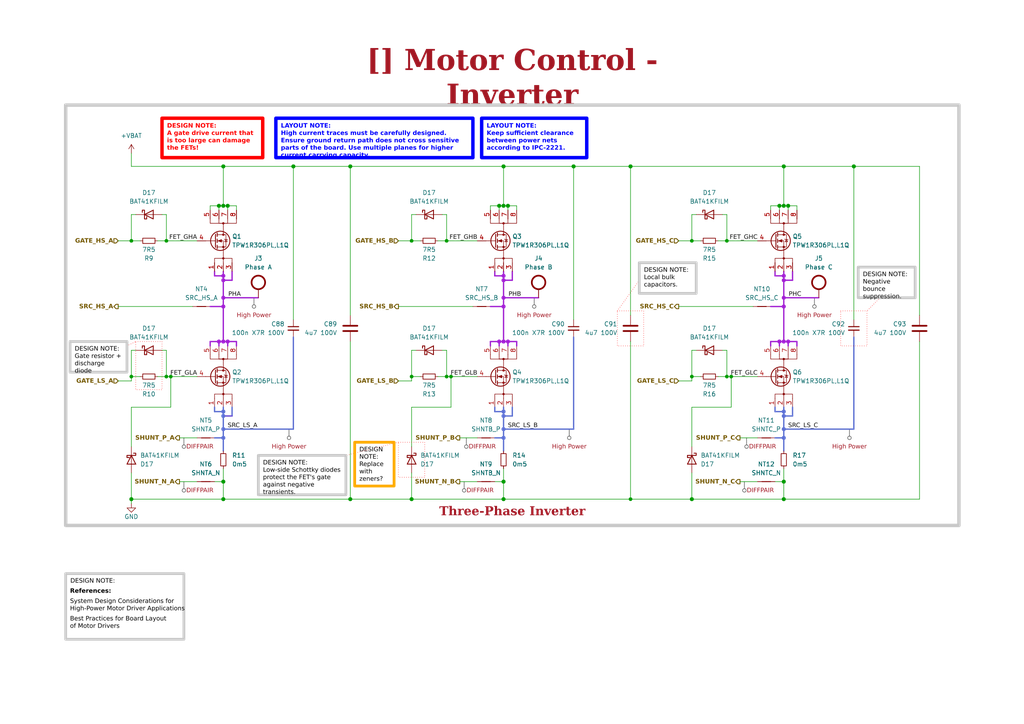
<source format=kicad_sch>
(kicad_sch (version 20230121) (generator eeschema)
  (paper "A4")
  (title_block (title "Motor Control - Inverter") (date "2023-10-18") (rev "${REVISION}") (company "${COMPANY}"))
  (lib_symbols
    (symbol "0_connectors:Solder Pad" (pin_numbers hide) (pin_names (offset 0.762) hide)
      (property "Reference" "J" (at 0 10.795 0))
      (property "Value" "Solder Pad" (at 0 8.255 0))
      (symbol "Solder Pad_1_1"
        (circle (center 0 4.445) (radius 1.9716) (stroke (width 0.5)))
        (pin passive line (at 0 0 90) (length 2.54) (name "1") (number "1"))
      )
    )
    (symbol "0_power_symbols:+VBAT" (power) (pin_names (offset 0))
      (property "Value" "+VBAT" (at 0 3.556 0))
      (symbol "+VBAT_0_1"
        (polyline (pts (xy -0.762 1.27) (xy 0 2.54)))
        (polyline (pts (xy 0 0) (xy 0 2.54)))
        (polyline (pts (xy 0 2.54) (xy 0.762 1.27)))
      )
      (symbol "+VBAT_1_1"
        (pin power_in line (at 0 0 90) (length 0) hide (name "+VBAT") (number "1"))
      )
    )
    (symbol "0_transistor_fet:TPW1R306PL,L1Q" (pin_names hide)
      (property "Reference" "Q" (at 5.08 1.905 0))
      (property "Value" "TPW1R306PL,L1Q" (at 5.08 0 0))
      (symbol "TPW1R306PL,L1Q_0_1"
        (polyline (pts (xy 0.254 0) (xy -2.54 0)))
        (polyline (pts (xy 0.254 1.905) (xy 0.254 -1.905)) (stroke (width 0.254)))
        (polyline (pts (xy 0.762 -1.27) (xy 0.762 -2.286)) (stroke (width 0.254)))
        (polyline (pts (xy 0.762 0.508) (xy 0.762 -0.508)) (stroke (width 0.254)))
        (polyline (pts (xy 0.762 2.286) (xy 0.762 1.27)) (stroke (width 0.254)))
        (polyline (pts (xy 2.54 -6.35) (xy 2.54 -2.54)))
        (polyline (pts (xy 2.54 2.54) (xy 2.54 1.778)))
        (polyline (pts (xy 2.54 2.54) (xy 2.54 5.08)))
        (polyline (pts (xy 2.54 -2.54) (xy 2.54 0) (xy 0.762 0)))
        (polyline (pts (xy -1.27 6.35) (xy -1.27 5.08) (xy 3.81 5.08) (xy 3.81 6.35)))
        (polyline (pts (xy 0.762 -1.778) (xy 3.302 -1.778) (xy 3.302 1.778) (xy 0.762 1.778)))
        (polyline (pts (xy 1.016 0) (xy 2.032 0.381) (xy 2.032 -0.381) (xy 1.016 0)) (fill (type outline)))
        (polyline (pts (xy 1.27 6.35) (xy 1.27 5.08) (xy 6.35 5.08) (xy 6.35 6.35)))
        (polyline (pts (xy 2.794 0.508) (xy 2.921 0.381) (xy 3.683 0.381) (xy 3.81 0.254)))
        (polyline (pts (xy 3.302 0.381) (xy 2.921 -0.254) (xy 3.683 -0.254) (xy 3.302 0.381)))
        (polyline (pts (xy 5.08 -6.35) (xy 5.08 -5.08) (xy 0 -5.08) (xy 0 -6.35)))
        (circle (center 1.651 0) (radius 2.794) (stroke (width 0.254)))
        (circle (center 2.54 -5.08) (radius 0.254) (fill (type outline)))
        (circle (center 2.54 -1.778) (radius 0.254) (fill (type outline)))
        (circle (center 2.54 1.778) (radius 0.254) (fill (type outline)))
        (circle (center 2.54 5.08) (radius 0.254) (fill (type outline)))
      )
      (symbol "TPW1R306PL,L1Q_1_1"
        (pin passive line (at 0 -8.89 90) (length 2.54) (name "S") (number "1"))
        (pin passive line (at 2.54 -8.89 90) (length 2.54) (name "S") (number "2"))
        (pin passive line (at 5.08 -8.89 90) (length 2.54) (name "S") (number "3"))
        (pin input line (at -5.08 0 0) (length 2.54) (name "G") (number "4"))
        (pin passive line (at -1.27 8.89 270) (length 2.54) (name "D") (number "5"))
        (pin passive line (at 1.27 8.89 270) (length 2.54) (name "D") (number "6"))
        (pin passive line (at 3.81 8.89 270) (length 2.54) (name "D") (number "7"))
        (pin passive line (at 6.35 8.89 270) (length 2.54) (name "D") (number "8"))
      )
    )
    (symbol "BAT41KFILM_1" (pin_numbers hide) (pin_names (offset 1.016) hide)
      (property "Reference" "D" (at 0 2.54 0))
      (property "Value" "BAT41KFILM" (at 0 -2.54 0))
      (symbol "BAT41KFILM_1_0_1"
        (polyline (pts (xy 1.27 0) (xy -1.27 0)))
        (polyline (pts (xy 1.27 1.27) (xy 1.27 -1.27) (xy -1.27 0) (xy 1.27 1.27)) (stroke (width 0.254)))
        (polyline (pts (xy -1.905 0.635) (xy -1.905 1.27) (xy -1.27 1.27) (xy -1.27 -1.27) (xy -0.635 -1.27) (xy -0.635 -0.635)) (stroke (width 0.254)))
      )
      (symbol "BAT41KFILM_1_1_1"
        (pin passive line (at -3.81 0 0) (length 2.54) (name "K") (number "1"))
        (pin passive line (at 3.81 0 180) (length 2.54) (name "A") (number "2"))
      )
    )
    (symbol "Device:C" (pin_numbers hide) (pin_names (offset 0.254))
      (property "Reference" "C" (at 0.635 2.54 0))
      (property "Value" "C" (at 0.635 -2.54 0))
      (symbol "C_0_1"
        (polyline (pts (xy -2.032 -0.762) (xy 2.032 -0.762)) (stroke (width 0.508)))
        (polyline (pts (xy -2.032 0.762) (xy 2.032 0.762)) (stroke (width 0.508)))
      )
      (symbol "C_1_1"
        (pin passive line (at 0 3.81 270) (length 2.794) (name "~") (number "1"))
        (pin passive line (at 0 -3.81 90) (length 2.794) (name "~") (number "2"))
      )
    )
    (symbol "Device:C_Small" (pin_numbers hide) (pin_names (offset 0.254) hide)
      (property "Reference" "C" (at 0.254 1.778 0))
      (property "Value" "C_Small" (at 0.254 -2.032 0))
      (symbol "C_Small_0_1"
        (polyline (pts (xy -1.524 -0.508) (xy 1.524 -0.508)) (stroke (width 0.3302)))
        (polyline (pts (xy -1.524 0.508) (xy 1.524 0.508)) (stroke (width 0.3048)))
      )
      (symbol "C_Small_1_1"
        (pin passive line (at 0 2.54 270) (length 2.032) (name "~") (number "1"))
        (pin passive line (at 0 -2.54 90) (length 2.032) (name "~") (number "2"))
      )
    )
    (symbol "Device:NetTie_2" (pin_numbers hide) (pin_names (offset 0) hide) (in_bom no)
      (property "Reference" "NT" (at 0 1.27 0))
      (property "Value" "NetTie_2" (at 0 -1.27 0))
      (symbol "NetTie_2_0_1"
        (polyline (pts (xy -1.27 0) (xy 1.27 0)) (stroke (width 0.254)))
      )
      (symbol "NetTie_2_1_1"
        (pin passive line (at -2.54 0 0) (length 2.54) (name "1") (number "1"))
        (pin passive line (at 2.54 0 180) (length 2.54) (name "2") (number "2"))
      )
    )
    (symbol "Device:R_Small" (pin_numbers hide) (pin_names (offset 0.254) hide)
      (property "Reference" "R" (at 0.762 0.508 0))
      (property "Value" "R_Small" (at 0.762 -1.016 0))
      (symbol "R_Small_0_1"
        (rectangle (start -0.762 1.778) (end 0.762 -1.778) (stroke (width 0.2032)))
      )
      (symbol "R_Small_1_1"
        (pin passive line (at 0 2.54 270) (length 0.762) (name "~") (number "1"))
        (pin passive line (at 0 -2.54 90) (length 0.762) (name "~") (number "2"))
      )
    )
    (symbol "power:GND" (power) (pin_names (offset 0))
      (property "Value" "GND" (at 0 -3.81 0))
      (symbol "GND_0_1"
        (polyline (pts (xy 0 0) (xy 0 -1.27) (xy 1.27 -1.27) (xy 0 -2.54) (xy -1.27 -1.27) (xy 0 -1.27)))
      )
      (symbol "GND_1_1"
        (pin power_in line (at 0 0 270) (length 0) hide (name "GND") (number "1"))
      )
    )
  )
  (junction (at 146.05 88.9) (diameter 1.016) (color 160 30 210 1))
  (junction (at 147.32 59.69) (diameter 1.016))
  (junction (at 129.54 109.22))
  (junction (at 227.33 124.46) (diameter 1.016) (color 90 110 210 1))
  (junction (at 119.38 109.22))
  (junction (at 182.88 144.78))
  (junction (at 227.33 127) (diameter 1.016) (color 90 110 210 1))
  (junction (at 119.38 144.78) (diameter 1.016))
  (junction (at 227.33 48.26) (diameter 1.016))
  (junction (at 228.6 99.06) (diameter 1.016) (color 160 30 210 1))
  (junction (at 182.88 48.26) (diameter 1.016))
  (junction (at 146.05 139.7) (diameter 1.016))
  (junction (at 146.05 86.36) (diameter 1.016) (color 160 30 210 1))
  (junction (at 146.05 59.69) (diameter 1.016))
  (junction (at 166.37 48.26) (diameter 1.016))
  (junction (at 146.05 119.38) (diameter 1.016) (color 90 110 210 1))
  (junction (at 212.09 109.22))
  (junction (at 66.04 59.69) (diameter 1.016))
  (junction (at 38.1 69.85))
  (junction (at 48.26 109.22))
  (junction (at 64.77 59.69) (diameter 1.016))
  (junction (at 48.26 69.85))
  (junction (at 247.65 48.26) (diameter 1.016))
  (junction (at 228.6 59.69) (diameter 1.016))
  (junction (at 227.33 139.7) (diameter 1.016))
  (junction (at 64.77 120.65) (diameter 1.016) (color 90 110 210 1))
  (junction (at 63.5 59.69) (diameter 1.016))
  (junction (at 85.09 48.26) (diameter 1.016))
  (junction (at 227.33 86.36) (diameter 1.016) (color 160 30 210 1))
  (junction (at 146.05 81.28) (diameter 1.016) (color 160 30 210 1))
  (junction (at 227.33 80.01) (diameter 1.016) (color 160 30 210 1))
  (junction (at 129.54 69.85))
  (junction (at 101.6 48.26) (diameter 1.016))
  (junction (at 210.82 69.85))
  (junction (at 210.82 109.22))
  (junction (at 63.5 99.06) (diameter 1.016) (color 160 30 210 1))
  (junction (at 200.66 144.78) (diameter 1.016))
  (junction (at 64.77 86.36) (diameter 1.016) (color 160 30 210 1))
  (junction (at 64.77 99.06) (diameter 1.016) (color 160 30 210 1))
  (junction (at 200.66 109.22))
  (junction (at 130.81 109.22))
  (junction (at 64.77 48.26) (diameter 1.016))
  (junction (at 38.1 109.22))
  (junction (at 227.33 99.06) (diameter 1.016) (color 160 30 210 1))
  (junction (at 64.77 88.9) (diameter 1.016) (color 160 30 210 1))
  (junction (at 64.77 139.7) (diameter 1.016))
  (junction (at 146.05 144.78) (diameter 1.016))
  (junction (at 146.05 120.65) (diameter 1.016) (color 90 110 210 1))
  (junction (at 64.77 124.46) (diameter 1.016) (color 90 110 210 1))
  (junction (at 64.77 144.78) (diameter 1.016))
  (junction (at 49.53 109.22))
  (junction (at 64.77 81.28) (diameter 1.016) (color 160 30 210 1))
  (junction (at 144.78 99.06) (diameter 1.016) (color 160 30 210 1))
  (junction (at 146.05 124.46) (diameter 1.016) (color 90 110 210 1))
  (junction (at 227.33 119.38) (diameter 1.016) (color 90 110 210 1))
  (junction (at 101.6 144.78) (diameter 1.016))
  (junction (at 146.05 48.26) (diameter 1.016))
  (junction (at 144.78 59.69) (diameter 1.016))
  (junction (at 119.38 69.85))
  (junction (at 64.77 127) (diameter 1.016) (color 90 110 210 1))
  (junction (at 227.33 120.65) (diameter 1.016) (color 90 110 210 1))
  (junction (at 227.33 81.28) (diameter 1.016) (color 160 30 210 1))
  (junction (at 146.05 80.01) (diameter 1.016) (color 160 30 210 1))
  (junction (at 64.77 80.01) (diameter 1.016) (color 160 30 210 1))
  (junction (at 227.33 144.78) (diameter 1.016))
  (junction (at 146.05 127) (diameter 1.016) (color 90 110 210 1))
  (junction (at 200.66 69.85))
  (junction (at 38.1 144.78) (diameter 1.016))
  (junction (at 227.33 88.9) (diameter 1.016) (color 160 30 210 1))
  (junction (at 226.06 99.06) (diameter 1.016) (color 160 30 210 1))
  (junction (at 64.77 119.38) (diameter 1.016) (color 90 110 210 1))
  (junction (at 147.32 99.06) (diameter 1.016) (color 160 30 210 1))
  (junction (at 146.05 99.06) (diameter 1.016) (color 160 30 210 1))
  (junction (at 66.04 99.06) (diameter 1.016) (color 160 30 210 1))
  (junction (at 227.33 59.69) (diameter 1.016))
  (junction (at 226.06 59.69) (diameter 1.016))
  (wire (pts (xy 67.31 120.65) (xy 64.77 120.65)) (stroke (width 0.381) (color 100 70 210 1)))
  (wire (pts (xy 68.58 99.06) (xy 66.04 99.06)) (stroke (width 0.381) (color 160 30 210 1)))
  (wire (pts (xy 144.78 59.69) (xy 146.05 59.69)))
  (wire (pts (xy 227.33 119.38) (xy 227.33 120.65)) (stroke (width 0.381) (color 90 110 210 1)))
  (wire (pts (xy 62.23 139.7) (xy 64.77 139.7)))
  (wire (pts (xy 66.04 59.69) (xy 68.58 59.69)))
  (wire (pts (xy 247.65 124.46) (xy 227.33 124.46)) (stroke (width 0.381) (color 90 110 210 1)))
  (wire (pts (xy 223.52 99.06) (xy 223.52 100.33)) (stroke (width 0.381) (color 160 30 210 1)))
  (wire (pts (xy 39.37 62.23) (xy 38.1 62.23)))
  (wire (pts (xy 146.05 144.78) (xy 182.88 144.78)))
  (wire (pts (xy 146.05 81.28) (xy 146.05 86.36)) (stroke (width 0.381) (color 160 30 210 1)))
  (wire (pts (xy 227.33 88.9) (xy 227.33 99.06)) (stroke (width 0.381) (color 160 30 210 1)))
  (wire (pts (xy 64.77 88.9) (xy 64.77 99.06)) (stroke (width 0.381) (color 160 30 210 1)))
  (wire (pts (xy 39.37 101.6) (xy 38.1 101.6)))
  (wire (pts (xy 182.88 48.26) (xy 227.33 48.26)))
  (wire (pts (xy 209.55 101.6) (xy 210.82 101.6)))
  (wire (pts (xy 129.54 109.22) (xy 130.81 109.22)))
  (wire (pts (xy 129.54 69.85) (xy 127 69.85)))
  (wire (pts (xy 85.09 48.26) (xy 101.6 48.26)))
  (wire (pts (xy 64.77 144.78) (xy 101.6 144.78)))
  (wire (pts (xy 226.06 59.69) (xy 226.06 60.96)))
  (wire (pts (xy 146.05 59.69) (xy 147.32 59.69)))
  (wire (pts (xy 200.66 144.78) (xy 227.33 144.78)))
  (wire (pts (xy 149.86 100.33) (xy 149.86 99.06)) (stroke (width 0.381) (color 160 30 210 1)))
  (wire (pts (xy 166.37 124.46) (xy 146.05 124.46)) (stroke (width 0.381) (color 90 110 210 1)))
  (wire (pts (xy 38.1 109.22) (xy 40.64 109.22)))
  (wire (pts (xy 182.88 99.06) (xy 182.88 144.78)))
  (wire (pts (xy 48.26 101.6) (xy 48.26 109.22)))
  (wire (pts (xy 120.65 101.6) (xy 119.38 101.6)))
  (wire (pts (xy 224.79 80.01) (xy 227.33 80.01)) (stroke (width 0.381) (color 160 30 210 1)))
  (wire (pts (xy 146.05 80.01) (xy 146.05 78.74)) (stroke (width 0.381) (color 160 30 210 1)))
  (wire (pts (xy 147.32 99.06) (xy 146.05 99.06)) (stroke (width 0.381) (color 160 30 210 1)))
  (wire (pts (xy 200.66 118.11) (xy 212.09 118.11)))
  (wire (pts (xy 128.27 62.23) (xy 129.54 62.23)))
  (wire (pts (xy 200.66 109.22) (xy 203.2 109.22)))
  (wire (pts (xy 119.38 118.11) (xy 130.81 118.11)))
  (wire (pts (xy 146.05 118.11) (xy 146.05 119.38)) (stroke (width 0.381) (color 90 110 210 1)))
  (wire (pts (xy 66.04 59.69) (xy 66.04 60.96)))
  (wire (pts (xy 228.6 59.69) (xy 231.14 59.69)))
  (wire (pts (xy 146.05 86.36) (xy 146.05 88.9)) (stroke (width 0.381) (color 160 30 210 1)))
  (wire (pts (xy 129.54 101.6) (xy 129.54 109.22)))
  (wire (pts (xy 226.06 99.06) (xy 226.06 100.33)) (stroke (width 0.381) (color 160 30 210 1)))
  (wire (pts (xy 52.07 127) (xy 57.15 127)))
  (polyline (pts (xy 255.27 86.36) (xy 251.46 90.17)) (stroke (width 0) (type dot) (color 255 0 0 1)))
  (wire (pts (xy 210.82 69.85) (xy 219.71 69.85)))
  (wire (pts (xy 201.93 101.6) (xy 200.66 101.6)))
  (wire (pts (xy 119.38 69.85) (xy 121.92 69.85)))
  (wire (pts (xy 38.1 69.85) (xy 40.64 69.85)))
  (wire (pts (xy 200.66 129.54) (xy 200.66 118.11)))
  (wire (pts (xy 147.32 99.06) (xy 147.32 100.33)) (stroke (width 0.381) (color 160 30 210 1)))
  (wire (pts (xy 144.78 59.69) (xy 144.78 60.96)))
  (polyline (pts (xy 115.57 128.27) (xy 100.33 132.08)) (stroke (width 0) (type dot) (color 255 0 0 1)))
  (wire (pts (xy 119.38 144.78) (xy 146.05 144.78)))
  (wire (pts (xy 228.6 99.06) (xy 228.6 100.33)) (stroke (width 0.381) (color 160 30 210 1)))
  (wire (pts (xy 196.85 88.9) (xy 218.44 88.9)))
  (wire (pts (xy 148.59 81.28) (xy 146.05 81.28)) (stroke (width 0.381) (color 160 30 210 1)))
  (wire (pts (xy 115.57 69.85) (xy 119.38 69.85)))
  (wire (pts (xy 120.65 62.23) (xy 119.38 62.23)))
  (wire (pts (xy 64.77 118.11) (xy 64.77 119.38)) (stroke (width 0.381) (color 90 110 210 1)))
  (wire (pts (xy 200.66 101.6) (xy 200.66 109.22)))
  (wire (pts (xy 63.5 99.06) (xy 60.96 99.06)) (stroke (width 0.381) (color 160 30 210 1)))
  (wire (pts (xy 148.59 78.74) (xy 148.59 81.28)) (stroke (width 0.381) (color 160 30 210 1)))
  (wire (pts (xy 130.81 109.22) (xy 138.43 109.22)))
  (wire (pts (xy 38.1 137.16) (xy 38.1 144.78)))
  (wire (pts (xy 115.57 110.49) (xy 119.38 110.49)))
  (wire (pts (xy 200.66 69.85) (xy 203.2 69.85)))
  (wire (pts (xy 64.77 86.36) (xy 74.93 86.36)) (stroke (width 0.381) (color 160 30 210 1)))
  (wire (pts (xy 146.05 139.7) (xy 146.05 135.89)))
  (wire (pts (xy 231.14 100.33) (xy 231.14 99.06)) (stroke (width 0.381) (color 160 30 210 1)))
  (wire (pts (xy 143.51 118.11) (xy 143.51 119.38)) (stroke (width 0.381) (color 90 110 210 1)))
  (wire (pts (xy 38.1 44.45) (xy 38.1 48.26)))
  (wire (pts (xy 227.33 127) (xy 227.33 130.81)) (stroke (width 0.381) (color 90 110 210 1)))
  (wire (pts (xy 64.77 120.65) (xy 64.77 124.46)) (stroke (width 0.381) (color 90 110 210 1)))
  (wire (pts (xy 64.77 139.7) (xy 64.77 135.89)))
  (wire (pts (xy 38.1 144.78) (xy 64.77 144.78)))
  (wire (pts (xy 224.79 127) (xy 227.33 127)) (stroke (width 0.381) (color 90 110 210 1)))
  (wire (pts (xy 101.6 144.78) (xy 119.38 144.78)))
  (wire (pts (xy 146.05 144.78) (xy 146.05 139.7)))
  (wire (pts (xy 62.23 118.11) (xy 62.23 119.38)) (stroke (width 0.381) (color 90 110 210 1)))
  (wire (pts (xy 146.05 86.36) (xy 156.21 86.36)) (stroke (width 0.381) (color 160 30 210 1)))
  (wire (pts (xy 166.37 48.26) (xy 182.88 48.26)))
  (wire (pts (xy 146.05 120.65) (xy 146.05 124.46)) (stroke (width 0.381) (color 90 110 210 1)))
  (wire (pts (xy 227.33 81.28) (xy 227.33 86.36)) (stroke (width 0.381) (color 160 30 210 1)))
  (wire (pts (xy 148.59 118.11) (xy 148.59 120.65)) (stroke (width 0.381) (color 90 110 210 1)))
  (wire (pts (xy 224.79 78.74) (xy 224.79 80.01)) (stroke (width 0.381) (color 160 30 210 1)))
  (wire (pts (xy 227.33 86.36) (xy 237.49 86.36)) (stroke (width 0.381) (color 160 30 210 1)))
  (wire (pts (xy 223.52 59.69) (xy 226.06 59.69)))
  (wire (pts (xy 200.66 62.23) (xy 200.66 69.85)))
  (wire (pts (xy 142.24 99.06) (xy 142.24 100.33)) (stroke (width 0.381) (color 160 30 210 1)))
  (wire (pts (xy 64.77 127) (xy 64.77 130.81)) (stroke (width 0.381) (color 90 110 210 1)))
  (wire (pts (xy 129.54 109.22) (xy 127 109.22)))
  (wire (pts (xy 182.88 48.26) (xy 182.88 91.44)))
  (wire (pts (xy 34.29 88.9) (xy 55.88 88.9)))
  (wire (pts (xy 210.82 101.6) (xy 210.82 109.22)))
  (wire (pts (xy 200.66 110.49) (xy 200.66 109.22)))
  (wire (pts (xy 101.6 99.06) (xy 101.6 144.78)))
  (polyline (pts (xy 36.83 100.33) (xy 39.37 99.06)) (stroke (width 0) (type dot) (color 255 0 0 1)))
  (wire (pts (xy 48.26 109.22) (xy 49.53 109.22)))
  (wire (pts (xy 227.33 139.7) (xy 227.33 135.89)))
  (wire (pts (xy 119.38 129.54) (xy 119.38 118.11)))
  (wire (pts (xy 144.78 99.06) (xy 144.78 100.33)) (stroke (width 0.381) (color 160 30 210 1)))
  (wire (pts (xy 67.31 118.11) (xy 67.31 120.65)) (stroke (width 0.381) (color 90 110 210 1)))
  (wire (pts (xy 62.23 80.01) (xy 64.77 80.01)) (stroke (width 0.381) (color 160 30 210 1)))
  (wire (pts (xy 133.35 127) (xy 138.43 127)))
  (wire (pts (xy 214.63 127) (xy 219.71 127)))
  (wire (pts (xy 38.1 144.78) (xy 38.1 146.05)))
  (wire (pts (xy 227.33 80.01) (xy 227.33 78.74)) (stroke (width 0.381) (color 160 30 210 1)))
  (wire (pts (xy 63.5 59.69) (xy 64.77 59.69)))
  (wire (pts (xy 64.77 99.06) (xy 63.5 99.06)) (stroke (width 0.381) (color 160 30 210 1)))
  (wire (pts (xy 48.26 69.85) (xy 45.72 69.85)))
  (wire (pts (xy 101.6 48.26) (xy 146.05 48.26)))
  (wire (pts (xy 227.33 99.06) (xy 226.06 99.06)) (stroke (width 0.381) (color 160 30 210 1)))
  (wire (pts (xy 166.37 97.79) (xy 166.37 124.46)) (stroke (width 0.381) (color 90 110 210 1)))
  (wire (pts (xy 119.38 137.16) (xy 119.38 144.78)))
  (wire (pts (xy 101.6 48.26) (xy 101.6 91.44)))
  (wire (pts (xy 119.38 110.49) (xy 119.38 109.22)))
  (wire (pts (xy 38.1 129.54) (xy 38.1 118.11)))
  (wire (pts (xy 60.96 60.96) (xy 60.96 59.69)))
  (wire (pts (xy 201.93 62.23) (xy 200.66 62.23)))
  (wire (pts (xy 48.26 109.22) (xy 45.72 109.22)))
  (wire (pts (xy 119.38 101.6) (xy 119.38 109.22)))
  (wire (pts (xy 227.33 144.78) (xy 227.33 139.7)))
  (wire (pts (xy 48.26 69.85) (xy 57.15 69.85)))
  (wire (pts (xy 60.96 59.69) (xy 63.5 59.69)))
  (wire (pts (xy 115.57 88.9) (xy 137.16 88.9)))
  (wire (pts (xy 146.05 48.26) (xy 166.37 48.26)))
  (wire (pts (xy 142.24 60.96) (xy 142.24 59.69)))
  (wire (pts (xy 227.33 59.69) (xy 228.6 59.69)))
  (wire (pts (xy 143.51 139.7) (xy 146.05 139.7)))
  (wire (pts (xy 247.65 48.26) (xy 247.65 92.71)))
  (wire (pts (xy 67.31 78.74) (xy 67.31 81.28)) (stroke (width 0.381) (color 160 30 210 1)))
  (wire (pts (xy 166.37 48.26) (xy 166.37 92.71)))
  (wire (pts (xy 210.82 62.23) (xy 210.82 69.85)))
  (wire (pts (xy 266.7 48.26) (xy 266.7 91.44)))
  (wire (pts (xy 129.54 62.23) (xy 129.54 69.85)))
  (wire (pts (xy 119.38 109.22) (xy 121.92 109.22)))
  (wire (pts (xy 128.27 101.6) (xy 129.54 101.6)))
  (wire (pts (xy 212.09 109.22) (xy 219.71 109.22)))
  (wire (pts (xy 85.09 48.26) (xy 85.09 92.71)))
  (wire (pts (xy 38.1 110.49) (xy 38.1 109.22)))
  (wire (pts (xy 142.24 88.9) (xy 146.05 88.9)) (stroke (width 0.381) (color 160 30 210 1)))
  (wire (pts (xy 52.07 139.7) (xy 57.15 139.7)))
  (wire (pts (xy 214.63 139.7) (xy 219.71 139.7)))
  (wire (pts (xy 64.77 124.46) (xy 64.77 127)) (stroke (width 0.381) (color 90 110 210 1)))
  (wire (pts (xy 66.04 99.06) (xy 66.04 100.33)) (stroke (width 0.381) (color 160 30 210 1)))
  (wire (pts (xy 143.51 78.74) (xy 143.51 80.01)) (stroke (width 0.381) (color 160 30 210 1)))
  (wire (pts (xy 224.79 118.11) (xy 224.79 119.38)) (stroke (width 0.381) (color 90 110 210 1)))
  (wire (pts (xy 85.09 97.79) (xy 85.09 124.46)) (stroke (width 0.381) (color 90 110 210 1)))
  (wire (pts (xy 227.33 48.26) (xy 227.33 59.69)))
  (wire (pts (xy 130.81 118.11) (xy 130.81 109.22)))
  (wire (pts (xy 223.52 60.96) (xy 223.52 59.69)))
  (wire (pts (xy 210.82 69.85) (xy 208.28 69.85)))
  (wire (pts (xy 68.58 59.69) (xy 68.58 60.96)))
  (wire (pts (xy 231.14 59.69) (xy 231.14 60.96)))
  (wire (pts (xy 38.1 62.23) (xy 38.1 69.85)))
  (wire (pts (xy 210.82 109.22) (xy 208.28 109.22)))
  (wire (pts (xy 62.23 119.38) (xy 64.77 119.38)) (stroke (width 0.381) (color 90 110 210 1)))
  (wire (pts (xy 146.05 99.06) (xy 144.78 99.06)) (stroke (width 0.381) (color 160 30 210 1)))
  (wire (pts (xy 143.51 119.38) (xy 146.05 119.38)) (stroke (width 0.381) (color 90 110 210 1)))
  (wire (pts (xy 226.06 99.06) (xy 223.52 99.06)) (stroke (width 0.381) (color 160 30 210 1)))
  (wire (pts (xy 229.87 118.11) (xy 229.87 120.65)) (stroke (width 0.381) (color 90 110 210 1)))
  (wire (pts (xy 64.77 119.38) (xy 64.77 120.65)) (stroke (width 0.381) (color 90 110 210 1)))
  (wire (pts (xy 247.65 48.26) (xy 266.7 48.26)))
  (wire (pts (xy 46.99 62.23) (xy 48.26 62.23)))
  (wire (pts (xy 119.38 62.23) (xy 119.38 69.85)))
  (wire (pts (xy 64.77 80.01) (xy 64.77 81.28)) (stroke (width 0.381) (color 160 30 210 1)))
  (wire (pts (xy 143.51 80.01) (xy 146.05 80.01)) (stroke (width 0.381) (color 160 30 210 1)))
  (wire (pts (xy 49.53 118.11) (xy 49.53 109.22)))
  (wire (pts (xy 224.79 119.38) (xy 227.33 119.38)) (stroke (width 0.381) (color 90 110 210 1)))
  (wire (pts (xy 48.26 62.23) (xy 48.26 69.85)))
  (wire (pts (xy 146.05 124.46) (xy 146.05 127)) (stroke (width 0.381) (color 90 110 210 1)))
  (wire (pts (xy 146.05 119.38) (xy 146.05 120.65)) (stroke (width 0.381) (color 90 110 210 1)))
  (wire (pts (xy 64.77 48.26) (xy 64.77 59.69)))
  (wire (pts (xy 67.31 81.28) (xy 64.77 81.28)) (stroke (width 0.381) (color 160 30 210 1)))
  (wire (pts (xy 266.7 99.06) (xy 266.7 144.78)))
  (wire (pts (xy 38.1 101.6) (xy 38.1 109.22)))
  (wire (pts (xy 212.09 118.11) (xy 212.09 109.22)))
  (wire (pts (xy 231.14 99.06) (xy 228.6 99.06)) (stroke (width 0.381) (color 160 30 210 1)))
  (wire (pts (xy 226.06 59.69) (xy 227.33 59.69)))
  (wire (pts (xy 182.88 144.78) (xy 200.66 144.78)))
  (wire (pts (xy 144.78 99.06) (xy 142.24 99.06)) (stroke (width 0.381) (color 160 30 210 1)))
  (wire (pts (xy 228.6 99.06) (xy 227.33 99.06)) (stroke (width 0.381) (color 160 30 210 1)))
  (wire (pts (xy 64.77 81.28) (xy 64.77 86.36)) (stroke (width 0.381) (color 160 30 210 1)))
  (wire (pts (xy 62.23 127) (xy 64.77 127)) (stroke (width 0.381) (color 90 110 210 1)))
  (wire (pts (xy 64.77 144.78) (xy 64.77 139.7)))
  (wire (pts (xy 227.33 144.78) (xy 266.7 144.78)))
  (wire (pts (xy 149.86 59.69) (xy 149.86 60.96)))
  (wire (pts (xy 223.52 88.9) (xy 227.33 88.9)) (stroke (width 0.381) (color 160 30 210 1)))
  (wire (pts (xy 85.09 124.46) (xy 64.77 124.46)) (stroke (width 0.381) (color 90 110 210 1)))
  (wire (pts (xy 227.33 86.36) (xy 227.33 88.9)) (stroke (width 0.381) (color 160 30 210 1)))
  (wire (pts (xy 229.87 78.74) (xy 229.87 81.28)) (stroke (width 0.381) (color 160 30 210 1)))
  (wire (pts (xy 247.65 97.79) (xy 247.65 124.46)) (stroke (width 0.381) (color 90 110 210 1)))
  (wire (pts (xy 227.33 80.01) (xy 227.33 81.28)) (stroke (width 0.381) (color 160 30 210 1)))
  (wire (pts (xy 64.77 59.69) (xy 66.04 59.69)))
  (wire (pts (xy 227.33 118.11) (xy 227.33 119.38)) (stroke (width 0.381) (color 90 110 210 1)))
  (wire (pts (xy 63.5 59.69) (xy 63.5 60.96)))
  (wire (pts (xy 34.29 69.85) (xy 38.1 69.85)))
  (wire (pts (xy 64.77 80.01) (xy 64.77 78.74)) (stroke (width 0.381) (color 160 30 210 1)))
  (wire (pts (xy 147.32 59.69) (xy 149.86 59.69)))
  (wire (pts (xy 142.24 59.69) (xy 144.78 59.69)))
  (wire (pts (xy 60.96 99.06) (xy 60.96 100.33)) (stroke (width 0.381) (color 160 30 210 1)))
  (wire (pts (xy 38.1 118.11) (xy 49.53 118.11)))
  (wire (pts (xy 147.32 59.69) (xy 147.32 60.96)))
  (wire (pts (xy 196.85 69.85) (xy 200.66 69.85)))
  (wire (pts (xy 49.53 109.22) (xy 57.15 109.22)))
  (wire (pts (xy 143.51 127) (xy 146.05 127)) (stroke (width 0.381) (color 90 110 210 1)))
  (wire (pts (xy 68.58 100.33) (xy 68.58 99.06)) (stroke (width 0.381) (color 160 30 210 1)))
  (wire (pts (xy 196.85 110.49) (xy 200.66 110.49)))
  (wire (pts (xy 46.99 101.6) (xy 48.26 101.6)))
  (wire (pts (xy 200.66 137.16) (xy 200.66 144.78)))
  (wire (pts (xy 227.33 48.26) (xy 247.65 48.26)))
  (wire (pts (xy 129.54 69.85) (xy 138.43 69.85)))
  (wire (pts (xy 209.55 62.23) (xy 210.82 62.23)))
  (wire (pts (xy 149.86 99.06) (xy 147.32 99.06)) (stroke (width 0.381) (color 160 30 210 1)))
  (wire (pts (xy 146.05 88.9) (xy 146.05 99.06)) (stroke (width 0.381) (color 160 30 210 1)))
  (polyline (pts (xy 185.42 81.28) (xy 179.07 90.17)) (stroke (width 0) (type dot) (color 255 0 0 1)))
  (wire (pts (xy 64.77 48.26) (xy 85.09 48.26)))
  (wire (pts (xy 146.05 48.26) (xy 146.05 59.69)))
  (wire (pts (xy 146.05 80.01) (xy 146.05 81.28)) (stroke (width 0.381) (color 160 30 210 1)))
  (wire (pts (xy 34.29 110.49) (xy 38.1 110.49)))
  (wire (pts (xy 224.79 139.7) (xy 227.33 139.7)))
  (wire (pts (xy 38.1 48.26) (xy 64.77 48.26)))
  (wire (pts (xy 229.87 120.65) (xy 227.33 120.65)) (stroke (width 0.381) (color 90 110 210 1)))
  (wire (pts (xy 66.04 99.06) (xy 64.77 99.06)) (stroke (width 0.381) (color 160 30 210 1)))
  (wire (pts (xy 64.77 86.36) (xy 64.77 88.9)) (stroke (width 0.381) (color 160 30 210 1)))
  (wire (pts (xy 210.82 109.22) (xy 212.09 109.22)))
  (wire (pts (xy 60.96 88.9) (xy 64.77 88.9)) (stroke (width 0.381) (color 160 30 210 1)))
  (wire (pts (xy 228.6 59.69) (xy 228.6 60.96)))
  (wire (pts (xy 133.35 139.7) (xy 138.43 139.7)))
  (wire (pts (xy 148.59 120.65) (xy 146.05 120.65)) (stroke (width 0.381) (color 90 110 210 1)))
  (wire (pts (xy 146.05 127) (xy 146.05 130.81)) (stroke (width 0.381) (color 90 110 210 1)))
  (wire (pts (xy 63.5 99.06) (xy 63.5 100.33)) (stroke (width 0.381) (color 160 30 210 1)))
  (wire (pts (xy 62.23 78.74) (xy 62.23 80.01)) (stroke (width 0.381) (color 160 30 210 1)))
  (wire (pts (xy 227.33 120.65) (xy 227.33 124.46)) (stroke (width 0.381) (color 90 110 210 1)))
  (wire (pts (xy 227.33 124.46) (xy 227.33 127)) (stroke (width 0.381) (color 90 110 210 1)))
  (wire (pts (xy 229.87 81.28) (xy 227.33 81.28)) (stroke (width 0.381) (color 160 30 210 1)))
  (rectangle (start 243.84 90.17) (end 251.46 100.33) (stroke (width 0) (type dot) (color 255 0 0 1)))
  (rectangle (start 39.37 99.06) (end 46.99 113.03) (stroke (width 0) (type dot) (color 255 0 0 1)))
  (rectangle (start 19.05 30.48) (end 278.13 152.4) (stroke (width 1) (color 200 200 200 1)))
  (rectangle (start 115.57 128.27) (end 123.19 138.43) (stroke (width 0) (type dot) (color 255 0 0 1)))
  (rectangle (start 179.07 90.17) (end 186.69 100.33) (stroke (width 0) (type dot) (color 255 0 0 1)))
  (text_box "DESIGN NOTE:\nNegative bounce suppression." (at 248.92 77.47 0) (size 16.51 8.89) (stroke (width 0.8) (color 200 200 200 1)) (effects (font (size 1.27 1.27)) (justify left top)))
  (text_box "DESIGN NOTE:\nA gate drive current that is too large can damage the FETs!" (at 46.99 34.29 0) (size 29.21 11.43) (stroke (width 1) (color 255 0 0 1)) (effects (font (size 1.27 1.27) (thickness 0.4) bold) (justify left top)))
  (text_box "DESIGN NOTE:\nLocal bulk capacitors." (at 185.42 76.2 0) (size 16.51 8.89) (stroke (width 0.8) (color 200 200 200 1)) (effects (font (size 1.27 1.27)) (justify left top)))
  (text_box "[${#}] ${TITLE}" (at 87.63 16.51 0) (size 121.92 12.7) (stroke (width -0.0001)) (effects (font (size 6 6) (thickness 1.2) bold)))
  (text_box "LAYOUT NOTE:\nHigh current traces must be carefully designed. Ensure ground return path does not cross sensitive parts of the board. Use multiple planes for higher current carrying capacity." (at 80.01 34.29 0) (size 57.15 11.43) (stroke (width 1) (color 0 0 255 1)) (effects (font (size 1.27 1.27) (thickness 0.4) bold) (justify left top)))
  (text_box "LAYOUT NOTE:\nKeep sufficient clearance between power nets according to IPC-2221." (at 139.7 34.29 0) (size 30.48 11.43) (stroke (width 1) (color 0 0 255 1)) (effects (font (size 1.27 1.27) (thickness 0.4) bold) (justify left top)))
  (text_box "Three-Phase Inverter" (at 20.32 142.24 0) (size 256.54 9.525) (stroke (width -0.0001)) (effects (font (size 2.54 2.54) (thickness 0.508) bold) (justify bottom)))
  (text_box "DESIGN NOTE:\nReplace with zeners?" (at 102.87 128.27 0) (size 11.43 12.7) (stroke (width 0.8) (color 255 165 0 1)) (effects (font (size 1.27 1.27)) (justify left top)))
  (text_box "DESIGN NOTE:\nLow-side Schottky diodes protect the FET's gate against negative transients." (at 74.93 132.08 0) (size 25.4 11.43) (stroke (width 0.8) (color 200 200 200 1)) (effects (font (size 1.27 1.27)) (justify left top)))
  (text_box "DESIGN NOTE:\nGate resistor + discharge diode" (at 20.32 99.06 0) (size 16.51 8.89) (stroke (width 0.8) (color 200 200 200 1)) (effects (font (size 1.27 1.27)) (justify left top)))
  (text_box "DESIGN NOTE:\n" (at 19.05 166.37 0) (size 34.29 19.05) (stroke (width 0.8) (color 200 200 200 1)) (effects (font (size 1.27 1.27)) (justify left top)))
  (text "References:" (at 20.32 172.72 0) (effects (font (size 1.27 1.27) (thickness 0.254) bold) (justify left bottom)))
  (text "Best Practices for Board Layout \nof Motor Drivers" (at 20.32 182.88 0) (effects (font (size 1.27 1.27)) (justify left bottom)))
  (text "System Design Considerations for \nHigh-Power Motor Driver Applications" (at 20.32 177.8 0) (effects (font (size 1.27 1.27)) (justify left bottom)))
  (label "PHB" (at 151.13 86.36 180))
  (label "FET_GHC" (at 219.71 69.85 180))
  (label "FET_GHA" (at 57.15 69.85 180))
  (label "FET_GLB" (at 138.43 109.22 180))
  (label "PHA" (at 69.85 86.36 180))
  (label "SRC_LS_A" (at 66.04 124.46 0))
  (label "SRC_LS_C" (at 228.6 124.46 0))
  (label "PHC" (at 232.41 86.36 180))
  (label "SRC_LS_B" (at 147.32 124.46 0))
  (label "FET_GLA" (at 57.15 109.22 180))
  (label "FET_GHB" (at 138.43 69.85 180))
  (label "FET_GLC" (at 219.71 109.22 180))
  (hierarchical_label "SHUNT_N_C" (shape output) (at 214.63 139.7 180) (effects (font (thickness 0.254) bold)))
  (hierarchical_label "SHUNT_N_A" (shape output) (at 52.07 139.7 180) (effects (font (thickness 0.254) bold)))
  (hierarchical_label "SRC_HS_C" (shape output) (at 196.85 88.9 180) (effects (font (thickness 0.254) bold)))
  (hierarchical_label "GATE_LS_B" (shape input) (at 115.57 110.49 180) (effects (font (thickness 0.254) bold)))
  (hierarchical_label "GATE_HS_C" (shape input) (at 196.85 69.85 180) (effects (font (thickness 0.254) bold)))
  (hierarchical_label "SRC_HS_A" (shape output) (at 34.29 88.9 180) (effects (font (thickness 0.254) bold)))
  (hierarchical_label "SHUNT_P_A" (shape output) (at 52.07 127 180) (effects (font (thickness 0.254) bold)))
  (hierarchical_label "GATE_HS_B" (shape input) (at 115.57 69.85 180) (effects (font (thickness 0.254) bold)))
  (hierarchical_label "SHUNT_P_B" (shape output) (at 133.35 127 180) (effects (font (thickness 0.254) bold)))
  (hierarchical_label "SHUNT_P_C" (shape output) (at 214.63 127 180) (effects (font (thickness 0.254) bold)))
  (hierarchical_label "GATE_LS_C" (shape input) (at 196.85 110.49 180) (effects (font (thickness 0.254) bold)))
  (hierarchical_label "GATE_HS_A" (shape input) (at 34.29 69.85 180) (effects (font (thickness 0.254) bold)))
  (hierarchical_label "GATE_LS_A" (shape input) (at 34.29 110.49 180) (effects (font (thickness 0.254) bold)))
  (hierarchical_label "SRC_HS_B" (shape output) (at 115.57 88.9 180) (effects (font (thickness 0.254) bold)))
  (hierarchical_label "SHUNT_N_B" (shape output) (at 133.35 139.7 180) (effects (font (thickness 0.254) bold)))
  (netclass_flag "" (length 2.54) (shape round) (at 134.62 139.7 180) (property "Kelvin Diff Pair" "DIFFPAIR" (at 135.3185 142.24 0) (effects (font italic) (justify left))))
  (netclass_flag "" (length 2.54) (shape round) (at 73.66 86.36 180) (property "High Power" "High Power" (at 73.66 91.44 0) (effects (font italic))))
  (netclass_flag "" (length 2.54) (shape round) (at 215.9 139.7 180) (property "Kelvin Diff Pair" "DIFFPAIR" (at 216.5985 142.24 0) (effects (font italic) (justify left))))
  (netclass_flag "" (length 2.54) (shape round) (at 154.94 86.36 180) (property "High Power" "High Power" (at 154.94 91.44 0) (effects (font italic))))
  (netclass_flag "" (length 2.54) (shape round) (at 53.34 139.7 180) (property "Kelvin Diff Pair" "DIFFPAIR" (at 54.0385 142.24 0) (effects (font italic) (justify left))))
  (netclass_flag "" (length 2.54) (shape round) (at 83.82 124.46 180) (property "High Power" "High Power" (at 83.82 129.54 0) (effects (font italic))))
  (netclass_flag "" (length 2.54) (shape round) (at 236.22 86.36 180) (property "High Power" "High Power" (at 236.22 91.44 0) (effects (font italic))))
  (netclass_flag "" (length 2.54) (shape round) (at 53.34 127 180) (property "Kelvin Diff Pair" "DIFFPAIR" (at 54.0385 129.54 0) (effects (font italic) (justify left))))
  (netclass_flag "" (length 2.54) (shape round) (at 246.38 124.46 180) (property "High Power" "High Power" (at 246.38 129.54 0) (effects (font italic))))
  (netclass_flag "" (length 2.54) (shape round) (at 135.255 127 180) (property "Kelvin Diff Pair" "DIFFPAIR" (at 135.9535 129.54 0) (effects (font italic) (justify left))))
  (netclass_flag "" (length 2.54) (shape round) (at 165.1 124.46 180) (property "High Power" "High Power" (at 165.1 129.54 0) (effects (font italic))))
  (netclass_flag "" (length 2.54) (shape round) (at 216.535 127 180) (property "Kelvin Diff Pair" "DIFFPAIR" (at 217.2335 129.54 0) (effects (font italic) (justify left))))
  (symbol (lib_id "0_transistor_fet:TPW1R306PL,L1Q") (at 224.79 69.85 0) (unit 1)
    (property "Reference" "Q5" (at 229.87 68.58 0) (effects (justify left)))
    (property "Value" "TPW1R306PL,L1Q" (at 229.87 71.12 0) (effects (justify left)))
    (property "Footprint" "0_transistor_fet:2-5S1A" (effects hide))
    (property "Datasheet" "https://www.mouser.ch/datasheet/2/408/TPW1R306PL_datasheet_en_20191021-1915914.pdf" (effects hide))
  )
  (symbol (lib_name "BAT41KFILM_1") (lib_id "0_diode:BAT41KFILM") (at 200.66 133.35 270) (unit 1)
    (property "Reference" "D17" (at 203.2 134.62 90) (effects (justify left)))
    (property "Value" "BAT41KFILM" (at 203.2 132.08 90) (effects (justify left)))
    (property "Footprint" "0_diode_smd:D_SOD-523" (effects hide))
    (property "Datasheet" "https://www.mouser.ch/datasheet/2/389/bat41-1848934.pdf" (effects hide))
    (instances (project "bldc_controller" (path "" (reference "D17") (unit 1)) (path "" (reference "D12") (unit 1)) (path "" (reference "D7") (unit 1))))
  )
  (symbol (lib_id "Device:NetTie_2") (at 220.98 88.9 0) (unit 1) (in_bom no)
    (property "Reference" "NT10" (at 220.98 83.82 0))
    (property "Value" "SRC_HS_C" (at 220.98 86.36 0))
    (property "Footprint" "0_net_tie:NetTie-2_SMD_Pad0.3mm" (effects hide))
  )
  (symbol (lib_name "BAT41KFILM_1") (lib_id "0_diode:BAT41KFILM") (at 124.46 62.23 0) (unit 1)
    (property "Reference" "D17" (at 124.46 55.88 0))
    (property "Value" "BAT41KFILM" (at 124.46 58.42 0))
    (property "Footprint" "0_diode_smd:D_SOD-523" (effects hide))
    (property "Datasheet" "https://www.mouser.ch/datasheet/2/389/bat41-1848934.pdf" (effects hide))
    (instances (project "bldc_controller" (path "" (reference "D17") (unit 1)) (path "" (reference "D12") (unit 1)) (path "" (reference "D5") (unit 1))))
  )
  (symbol (lib_id "Device:NetTie_2") (at 58.42 88.9 0) (unit 1) (in_bom no)
    (property "Reference" "NT4" (at 58.42 83.82 0))
    (property "Value" "SRC_HS_A" (at 58.42 86.36 0))
    (property "Footprint" "0_net_tie:NetTie-2_SMD_Pad0.3mm" (effects hide))
  )
  (symbol (lib_id "Device:C") (at 101.6 95.25 0) (mirror y) (unit 1)
    (property "Reference" "C89" (at 97.79 93.98 0) (effects (justify left)))
    (property "Value" "4u7 100V" (at 97.79 96.52 0) (effects (justify left)))
    (property "Footprint" "0_capacitor_smd:C_1206_3216_DensityHighest" (effects hide))
  )
  (symbol (lib_id "Device:R_Small") (at 64.77 133.35 180) (unit 1)
    (property "Reference" "R11" (at 67.31 132.08 0) (effects (justify right)))
    (property "Value" "0m5" (at 67.31 134.62 0) (effects (justify right)))
    (property "Footprint" "0_resistor_smd:HCS1206FTL500" (effects hide))
  )
  (symbol (lib_id "0_transistor_fet:TPW1R306PL,L1Q") (at 62.23 109.22 0) (unit 1)
    (property "Reference" "Q2" (at 67.31 107.95 0) (effects (justify left)))
    (property "Value" "TPW1R306PL,L1Q" (at 67.31 110.49 0) (effects (justify left)))
    (property "Footprint" "0_transistor_fet:2-5S1A" (effects hide))
    (property "Datasheet" "https://www.mouser.ch/datasheet/2/408/TPW1R306PL_datasheet_en_20191021-1915914.pdf" (effects hide))
  )
  (symbol (lib_id "Device:NetTie_2") (at 140.97 139.7 0) (unit 1) (in_bom no)
    (property "Reference" "NT9" (at 140.97 134.62 0))
    (property "Value" "SHNTB_N" (at 140.97 137.16 0))
    (property "Footprint" "0_net_tie:NetTie-2_SMD_Pad0.2mm" (effects hide))
  )
  (symbol (lib_id "Device:R_Small") (at 124.46 69.85 90) (mirror x) (unit 1)
    (property "Reference" "R12" (at 124.46 74.93 90))
    (property "Value" "7R5" (at 124.46 72.39 90))
    (property "Footprint" "0_resistor_smd:R_0805_2012_DensityHigh" (effects hide))
  )
  (symbol (lib_id "Device:C_Small") (at 166.37 95.25 0) (mirror y) (unit 1)
    (property "Reference" "C90" (at 163.83 93.98 0) (effects (justify left)))
    (property "Value" "100n X7R 100V" (at 163.83 96.52 0) (effects (justify left)))
    (property "Footprint" "0_capacitor_smd:C_0805_2012_DensityHigh" (effects hide))
  )
  (symbol (lib_id "Device:R_Small") (at 205.74 109.22 90) (mirror x) (unit 1)
    (property "Reference" "R16" (at 205.74 114.3 90))
    (property "Value" "7R5" (at 205.74 111.76 90))
    (property "Footprint" "0_resistor_smd:R_0805_2012_DensityHigh" (effects hide))
  )
  (symbol (lib_id "0_transistor_fet:TPW1R306PL,L1Q") (at 143.51 109.22 0) (unit 1)
    (property "Reference" "Q4" (at 148.59 107.95 0) (effects (justify left)))
    (property "Value" "TPW1R306PL,L1Q" (at 148.59 110.49 0) (effects (justify left)))
    (property "Footprint" "0_transistor_fet:2-5S1A" (effects hide))
    (property "Datasheet" "https://www.mouser.ch/datasheet/2/408/TPW1R306PL_datasheet_en_20191021-1915914.pdf" (effects hide))
  )
  (symbol (lib_id "0_transistor_fet:TPW1R306PL,L1Q") (at 224.79 109.22 0) (unit 1)
    (property "Reference" "Q6" (at 229.87 107.95 0) (effects (justify left)))
    (property "Value" "TPW1R306PL,L1Q" (at 229.87 110.49 0) (effects (justify left)))
    (property "Footprint" "0_transistor_fet:2-5S1A" (effects hide))
    (property "Datasheet" "https://www.mouser.ch/datasheet/2/408/TPW1R306PL_datasheet_en_20191021-1915914.pdf" (effects hide))
  )
  (symbol (lib_id "power:GND") (at 38.1 146.05 0) (unit 1)
    (property "Reference" "#PWR036" (effects hide))
    (property "Value" "GND" (at 38.1 149.86 0))
  )
  (symbol (lib_id "0_connectors:Solder Pad") (at 237.49 86.36 0) (unit 1)
    (property "Reference" "J5" (at 237.49 74.93 0))
    (property "Value" "Phase C" (at 237.49 77.47 0))
    (property "Footprint" "0_pad:Pad_Square_Vias_6.5x6.5mm" (effects hide))
  )
  (symbol (lib_id "Device:NetTie_2") (at 140.97 127 0) (unit 1) (in_bom no)
    (property "Reference" "NT8" (at 140.97 121.92 0))
    (property "Value" "SHNTB_P" (at 140.97 124.46 0))
    (property "Footprint" "0_net_tie:NetTie-2_SMD_Pad0.2mm" (effects hide))
  )
  (symbol (lib_name "BAT41KFILM_1") (lib_id "0_diode:BAT41KFILM") (at 43.18 62.23 0) (unit 1)
    (property "Reference" "D17" (at 43.18 55.88 0))
    (property "Value" "BAT41KFILM" (at 43.18 58.42 0))
    (property "Footprint" "0_diode_smd:D_SOD-523" (effects hide))
    (property "Datasheet" "https://www.mouser.ch/datasheet/2/389/bat41-1848934.pdf" (effects hide))
    (instances (project "bldc_controller" (path "" (reference "D17") (unit 1)) (path "" (reference "D12") (unit 1)) (path "" (reference "D2") (unit 1))))
  )
  (symbol (lib_id "Device:R_Small") (at 227.33 133.35 180) (unit 1)
    (property "Reference" "R17" (at 229.87 132.08 0) (effects (justify right)))
    (property "Value" "0m5" (at 229.87 134.62 0) (effects (justify right)))
    (property "Footprint" "0_resistor_smd:HCS1206FTL500" (effects hide))
  )
  (symbol (lib_id "Device:R_Small") (at 43.18 69.85 270) (unit 1)
    (property "Reference" "R9" (at 43.18 74.93 90))
    (property "Value" "7R5" (at 43.18 72.39 90))
    (property "Footprint" "0_resistor_smd:R_0805_2012_DensityHigh" (effects hide))
  )
  (symbol (lib_name "BAT41KFILM_1") (lib_id "0_diode:BAT41KFILM") (at 205.74 62.23 0) (unit 1)
    (property "Reference" "D17" (at 205.74 55.88 0))
    (property "Value" "BAT41KFILM" (at 205.74 58.42 0))
    (property "Footprint" "0_diode_smd:D_SOD-523" (effects hide))
    (property "Datasheet" "https://www.mouser.ch/datasheet/2/389/bat41-1848934.pdf" (effects hide))
    (instances (project "bldc_controller" (path "" (reference "D17") (unit 1)) (path "" (reference "D12") (unit 1)) (path "" (reference "D8") (unit 1))))
  )
  (symbol (lib_id "Device:NetTie_2") (at 222.25 139.7 0) (unit 1) (in_bom no)
    (property "Reference" "NT12" (at 222.25 134.62 0))
    (property "Value" "SHNTC_N" (at 222.25 137.16 0))
    (property "Footprint" "0_net_tie:NetTie-2_SMD_Pad0.2mm" (effects hide))
  )
  (symbol (lib_id "Device:C_Small") (at 85.09 95.25 0) (mirror y) (unit 1)
    (property "Reference" "C88" (at 82.55 93.98 0) (effects (justify left)))
    (property "Value" "100n X7R 100V" (at 82.55 96.52 0) (effects (justify left)))
    (property "Footprint" "0_capacitor_smd:C_1206_3216_DensityHighest" (effects hide))
  )
  (symbol (lib_id "0_transistor_fet:TPW1R306PL,L1Q") (at 143.51 69.85 0) (unit 1)
    (property "Reference" "Q3" (at 148.59 68.58 0) (effects (justify left)))
    (property "Value" "TPW1R306PL,L1Q" (at 148.59 71.12 0) (effects (justify left)))
    (property "Footprint" "0_transistor_fet:2-5S1A" (effects hide))
    (property "Datasheet" "https://www.mouser.ch/datasheet/2/408/TPW1R306PL_datasheet_en_20191021-1915914.pdf" (effects hide))
  )
  (symbol (lib_id "Device:R_Small") (at 43.18 109.22 90) (mirror x) (unit 1)
    (property "Reference" "R10" (at 43.18 114.3 90))
    (property "Value" "7R5" (at 43.18 111.76 90))
    (property "Footprint" "0_resistor_smd:R_0805_2012_DensityHigh" (effects hide))
  )
  (symbol (lib_name "BAT41KFILM_1") (lib_id "0_diode:BAT41KFILM") (at 124.46 101.6 0) (unit 1)
    (property "Reference" "D17" (at 124.46 95.25 0))
    (property "Value" "BAT41KFILM" (at 124.46 97.79 0))
    (property "Footprint" "0_diode_smd:D_SOD-523" (effects hide))
    (property "Datasheet" "https://www.mouser.ch/datasheet/2/389/bat41-1848934.pdf" (effects hide))
    (instances (project "bldc_controller" (path "" (reference "D17") (unit 1)) (path "" (reference "D12") (unit 1)) (path "" (reference "D6") (unit 1))))
  )
  (symbol (lib_id "Device:R_Small") (at 124.46 109.22 90) (mirror x) (unit 1)
    (property "Reference" "R13" (at 124.46 114.3 90))
    (property "Value" "7R5" (at 124.46 111.76 90))
    (property "Footprint" "0_resistor_smd:R_0805_2012_DensityHigh" (effects hide))
  )
  (symbol (lib_id "Device:C") (at 266.7 95.25 0) (mirror y) (unit 1)
    (property "Reference" "C93" (at 262.89 93.98 0) (effects (justify left)))
    (property "Value" "4u7 100V" (at 262.89 96.52 0) (effects (justify left)))
    (property "Footprint" "0_capacitor_smd:C_1206_3216_DensityHighest" (effects hide))
  )
  (symbol (lib_id "Device:NetTie_2") (at 59.69 127 180) (unit 1) (in_bom no)
    (property "Reference" "NT5" (at 59.69 121.92 0))
    (property "Value" "SHNTA_P" (at 59.69 124.46 0))
    (property "Footprint" "0_net_tie:NetTie-2_SMD_Pad0.2mm" (effects hide))
  )
  (symbol (lib_id "0_transistor_fet:TPW1R306PL,L1Q") (at 62.23 69.85 0) (unit 1)
    (property "Reference" "Q1" (at 67.31 68.58 0) (effects (justify left)))
    (property "Value" "TPW1R306PL,L1Q" (at 67.31 71.12 0) (effects (justify left)))
    (property "Footprint" "0_transistor_fet:2-5S1A" (effects hide))
    (property "Datasheet" "https://www.mouser.ch/datasheet/2/408/TPW1R306PL_datasheet_en_20191021-1915914.pdf" (effects hide))
  )
  (symbol (lib_id "Device:NetTie_2") (at 59.69 139.7 0) (unit 1) (in_bom no)
    (property "Reference" "NT6" (at 59.69 134.62 0))
    (property "Value" "SHNTA_N" (at 59.69 137.16 0))
    (property "Footprint" "0_net_tie:NetTie-2_SMD_Pad0.2mm" (effects hide))
  )
  (symbol (lib_id "0_connectors:Solder Pad") (at 74.93 86.36 0) (unit 1)
    (property "Reference" "J3" (at 74.93 74.93 0))
    (property "Value" "Phase A" (at 74.93 77.47 0))
    (property "Footprint" "0_pad:Pad_Square_Vias_6.5x6.5mm" (effects hide))
  )
  (symbol (lib_id "Device:NetTie_2") (at 139.7 88.9 0) (unit 1) (in_bom no)
    (property "Reference" "NT7" (at 139.7 83.82 0))
    (property "Value" "SRC_HS_B" (at 139.7 86.36 0))
    (property "Footprint" "0_net_tie:NetTie-2_SMD_Pad0.3mm" (effects hide))
  )
  (symbol (lib_id "Device:NetTie_2") (at 222.25 127 0) (unit 1) (in_bom no)
    (property "Reference" "NT11" (at 222.25 121.92 0))
    (property "Value" "SHNTC_P" (at 222.25 124.46 0))
    (property "Footprint" "0_net_tie:NetTie-2_SMD_Pad0.2mm" (effects hide))
  )
  (symbol (lib_id "Device:R_Small") (at 146.05 133.35 180) (unit 1)
    (property "Reference" "R14" (at 148.59 132.08 0) (effects (justify right)))
    (property "Value" "0m5" (at 148.59 134.62 0) (effects (justify right)))
    (property "Footprint" "0_resistor_smd:HCS1206FTL500" (effects hide))
  )
  (symbol (lib_id "0_power_symbols:+VBAT") (at 38.1 44.45 0) (unit 1)
    (property "Reference" "#PWR035" (effects hide))
    (property "Value" "+VBAT" (at 38.1 39.37 0))
  )
  (symbol (lib_name "BAT41KFILM_1") (lib_id "0_diode:BAT41KFILM") (at 38.1 133.35 270) (unit 1)
    (property "Reference" "D17" (at 40.64 134.62 90) (effects (justify left)))
    (property "Value" "BAT41KFILM" (at 40.64 132.08 90) (effects (justify left)))
    (property "Footprint" "0_diode_smd:D_SOD-523" (effects hide))
    (property "Datasheet" "https://www.mouser.ch/datasheet/2/389/bat41-1848934.pdf" (effects hide))
    (instances (project "bldc_controller" (path "" (reference "D17") (unit 1)) (path "" (reference "D12") (unit 1)) (path "" (reference "D1") (unit 1))))
  )
  (symbol (lib_id "Device:C") (at 182.88 95.25 0) (mirror y) (unit 1)
    (property "Reference" "C91" (at 179.07 93.98 0) (effects (justify left)))
    (property "Value" "4u7 100V" (at 179.07 96.52 0) (effects (justify left)))
    (property "Footprint" "0_capacitor_smd:C_1206_3216_DensityHighest" (effects hide))
  )
  (symbol (lib_name "BAT41KFILM_1") (lib_id "0_diode:BAT41KFILM") (at 205.74 101.6 0) (unit 1)
    (property "Reference" "D17" (at 205.74 95.25 0))
    (property "Value" "BAT41KFILM" (at 205.74 97.79 0))
    (property "Footprint" "0_diode_smd:D_SOD-523" (effects hide))
    (property "Datasheet" "https://www.mouser.ch/datasheet/2/389/bat41-1848934.pdf" (effects hide))
    (instances (project "bldc_controller" (path "" (reference "D17") (unit 1)) (path "" (reference "D12") (unit 1)) (path "" (reference "D9") (unit 1))))
  )
  (symbol (lib_name "BAT41KFILM_1") (lib_id "0_diode:BAT41KFILM") (at 43.18 101.6 0) (unit 1)
    (property "Reference" "D17" (at 43.18 95.25 0))
    (property "Value" "BAT41KFILM" (at 43.18 97.79 0))
    (property "Footprint" "0_diode_smd:D_SOD-523" (effects hide))
    (property "Datasheet" "https://www.mouser.ch/datasheet/2/389/bat41-1848934.pdf" (effects hide))
    (instances (project "bldc_controller" (path "" (reference "D17") (unit 1)) (path "" (reference "D12") (unit 1)) (path "" (reference "D3") (unit 1))))
  )
  (symbol (lib_name "BAT41KFILM_1") (lib_id "0_diode:BAT41KFILM") (at 119.38 133.35 270) (unit 1)
    (property "Reference" "D17" (at 121.92 134.62 90) (effects (justify left)))
    (property "Value" "BAT41KFILM" (at 121.92 132.08 90) (effects (justify left)))
    (property "Footprint" "0_diode_smd:D_SOD-523" (effects hide))
    (property "Datasheet" "https://www.mouser.ch/datasheet/2/389/bat41-1848934.pdf" (effects hide))
    (instances (project "bldc_controller" (path "" (reference "D17") (unit 1)) (path "" (reference "D12") (unit 1)) (path "" (reference "D4") (unit 1))))
  )
  (symbol (lib_id "Device:C_Small") (at 247.65 95.25 0) (mirror y) (unit 1)
    (property "Reference" "C92" (at 245.11 93.9863 0) (effects (justify left)))
    (property "Value" "100n X7R 100V" (at 245.11 96.5263 0) (effects (justify left)))
    (property "Footprint" "0_capacitor_smd:C_1206_3216_DensityHighest" (effects hide))
  )
  (symbol (lib_id "Device:R_Small") (at 205.74 69.85 90) (mirror x) (unit 1)
    (property "Reference" "R15" (at 205.74 74.93 90))
    (property "Value" "7R5" (at 205.74 72.39 90))
    (property "Footprint" "0_resistor_smd:R_0805_2012_DensityHigh" (effects hide))
  )
  (symbol (lib_id "0_connectors:Solder Pad") (at 156.21 86.36 0) (unit 1)
    (property "Reference" "J4" (at 156.21 74.93 0))
    (property "Value" "Phase B" (at 156.21 77.47 0))
    (property "Footprint" "0_pad:Pad_Square_Vias_6.5x6.5mm" (effects hide))
  )
)
</source>
